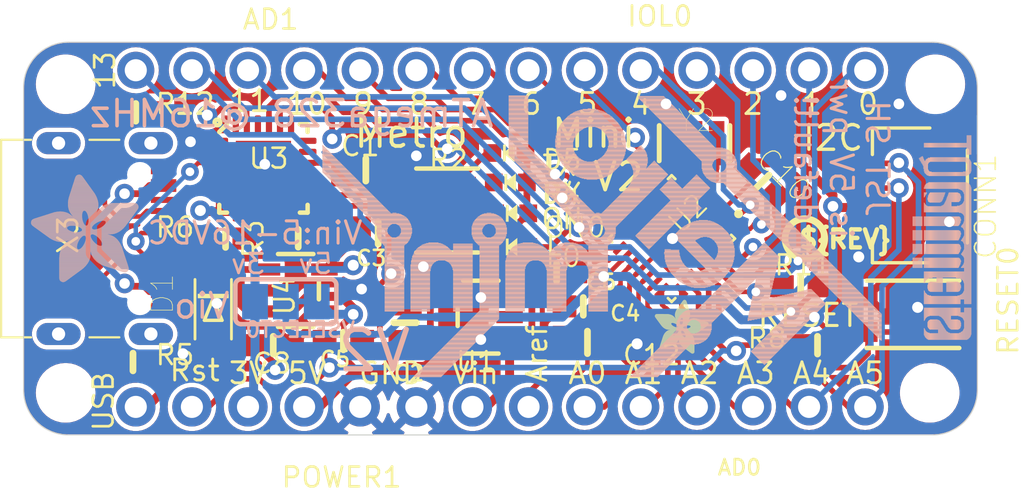
<source format=kicad_pcb>
(kicad_pcb (version 20221018) (generator pcbnew)
  (layers (0 "F.Cu" signal) (31 "B.Cu" signal) (34 "B.Paste" user) (35 "F.Paste" user) (36 "B.SilkS" user "B.Silkscreen") (37 "F.SilkS" user "F.Silkscreen") (38 "B.Mask" user) (39 "F.Mask" user) (44 "Edge.Cuts" user))
  (net 0 "")
  (net 1 "+5V")
  (net 2 "GND")
  (net 3 "AREF")
  (net 4 "RESET")
  (net 5 "VIN")
  (net 6 "SCK")
  (net 7 "MOSI")
  (net 8 "SS")
  (net 9 "DTR")
  (net 10 "XTAL2")
  (net 11 "XTAL1")
  (net 12 "AD0")
  (net 13 "AD1")
  (net 14 "AD2")
  (net 15 "AD3")
  (net 16 "AD4/SDA")
  (net 17 "AD5/SCL")
  (net 18 "IO2")
  (net 19 "IO0")
  (net 20 "IO3")
  (net 21 "IO4")
  (net 22 "IO5")
  (net 23 "IO6")
  (net 24 "IO7")
  (net 25 "IO8")
  (net 26 "IO9")
  (net 27 "3.3V")
  (net 28 "RXD")
  (net 29 "TXD")
  (net 30 "VBUS")
  (net 31 "N$3")
  (net 32 "VCCIO")
  (net 33 "MISO")
  (net 34 "N$1")
  (net 35 "N$12")
  (net 36 "N$15")
  (net 37 "N$6")
  (net 38 "N$7")
  (net 39 "N$4")
  (net 40 "N$2")
  (net 41 "D+")
  (net 42 "D-")
  (net 43 "N$5")
  (net 44 "N$9")
  (net 45 "VBUS_DETECT")
  (footprint "working:1X08_ROUND_70" (layer "F.Cu") (at 140.8811 112.6236)
    (fp_text reference "POWER1")
    (fp_text value "20610" hide)
  )
  (footprint "working:SOT23-5" (layer "F.Cu") (at 139.2301 107.3531 -90)
    (fp_text reference "U4")
    (fp_text value "AP2112K-3.3")
  )
  (footprint "working:0603-NO" (layer "F.Cu") (at 139.3444 104.9909 180)
    (fp_text reference "R3")
    (fp_text value "22K")
  )
  (footprint "working:0603-NO" (layer "F.Cu") (at 152.249468 108.073391)
    (fp_text reference "C4")
    (fp_text value "0.1uF")
  )
  (footprint "working:RESONATOR" (layer "F.Cu") (at 157.285887 100.6856)
    (fp_text reference "Y2")
    (fp_text value "CSTCE16M0V53-R0 16MHZ")
  )
  (footprint "working:PCBFEAT-REV-040" (layer "F.Cu") (at 162.2806 105.0036)
    (fp_text reference "U$4" hide)
    (fp_text value "" hide)
  )
  (footprint "working:1X08_ROUND" (layer "F.Cu") (at 156.1211 97.3836)
    (fp_text reference "IOL0")
    (fp_text value "20610" hide)
  )
  (footprint "working:CHIPLED_0603_NOOUTLINE" (layer "F.Cu") (at 149.0091 105.3846 90)
    (fp_text reference "L0")
    (fp_text value "RED")
  )
  (footprint "working:0603-NO" (layer "F.Cu") (at 160.371081 102.417379 135)
    (fp_text reference "C10")
    (fp_text value "0.1uF")
  )
  (footprint "working:BTN_KMR2_4.6X2.8" (layer "F.Cu") (at 167.1701 108.4326)
    (fp_text reference "RESET0")
    (fp_text value "KMR2")
  )
  (footprint "working:0603-NO" (layer "F.Cu") (at 162.8521 109.8296)
    (fp_text reference "R8")
    (fp_text value "10K")
  )
  (footprint "working:CHIPLED_0603_NOOUTLINE" (layer "F.Cu") (at 148.9456 102.4636 90)
    (fp_text reference "D4")
    (fp_text value "YELLOW")
  )
  (footprint "working:USB_C_CUSB31-CFM2AX-01-X" (layer "F.Cu") (at 129.7051 105.0036 -90)
    (fp_text reference "X3")
    (fp_text value "USB C")
  )
  (footprint "working:0603-NO" (layer "F.Cu") (at 131.9911 99.2886 180)
    (fp_text reference "R1")
    (fp_text value "5.1K")
  )
  (footprint "working:0805-NO" (layer "F.Cu") (at 144.1831 108.8136 -90)
    (fp_text reference "C2")
    (fp_text value "10uF")
  )
  (footprint "working:SOT23-5" (layer "F.Cu") (at 147.6121 108.5596 90)
    (fp_text reference "U1")
    (fp_text value "MIC5225-5.0")
  )
  (footprint "working:0603-NO" (layer "F.Cu") (at 162.0901 107.1626)
    (fp_text reference "R11")
    (fp_text value "1K")
  )
  (footprint "working:FIDUCIAL_1MM" (layer "F.Cu") (at 168.9481 102.5906)
    (fp_text reference "FD2" hide)
    (fp_text value "FIDUCIAL_1MM" hide)
  )
  (footprint "working:0603-NO" (layer "F.Cu") (at 131.8641 110.5916 180)
    (fp_text reference "R5")
    (fp_text value "5.1K")
  )
  (footprint "working:ADAFRUIT_2.5MM" (layer "F.Cu") (at 155.4861 110.2106)
    (fp_text reference "U$5" hide)
    (fp_text value "" hide)
  )
  (footprint "working:0603-NO" (layer "F.Cu") (at 138.2141 109.8296)
    (fp_text reference "C8")
    (fp_text value "0.1uF")
  )
  (footprint "working:JST_SH4" (layer "F.Cu") (at 167.5511 103.0986 90)
    (fp_text reference "CONN1")
    (fp_text value "STEMMA_I2C_QT" hide)
  )
  (footprint "working:0805-NO" (layer "F.Cu") (at 152.4381 109.7026)
    (fp_text reference "C12")
    (fp_text value "10uF")
  )
  (footprint "working:CHIPLED_0603_NOOUTLINE" (layer "F.Cu") (at 148.8821 101.1301 90)
    (fp_text reference "D5")
    (fp_text value "YELLOW")
  )
  (footprint "" (layer "F.Cu") (at 168.1861 98.0186)
    (fp_text reference "@HOLE2" hide)
    (fp_text value "")
  )
  (footprint "working:FIDUCIAL_1MM" (layer "F.Cu") (at 128.6891 102.5906)
    (fp_text reference "FD1" hide)
    (fp_text value "FIDUCIAL_1MM" hide)
  )
  (footprint "working:QFN24_4MM_SMSC" (layer "F.Cu") (at 137.7696 101.8286)
    (fp_text reference "U3")
    (fp_text value "CP210x")
  )
  (footprint "working:0805-NO" (layer "F.Cu") (at 142.9639 104.7496 180)
    (fp_text reference "C3")
    (fp_text value "10uF")
  )
  (footprint "working:SOD-123FL" (layer "F.Cu") (at 135.4963 108.204 -90)
    (fp_text reference "D1")
    (fp_text value "MBR120")
  )
  (footprint "working:CHIPLED_0603_NOOUTLINE" (layer "F.Cu") (at 149.0091 103.8606 90)
    (fp_text reference "ON0")
    (fp_text value "GREEN")
  )
  (footprint "working:0805-NO" (layer "F.Cu") (at 142.4051 101.8921)
    (fp_text reference "C1")
    (fp_text value "10uF")
  )
  (footprint "" (layer "F.Cu") (at 128.8161 111.9886)
    (fp_text reference "@HOLE1" hide)
    (fp_text value "")
  )
  (footprint "working:0603-NO" (layer "F.Cu") (at 136.0551 105.0036 180)
    (fp_text reference "R6")
    (fp_text value "10K")
  )
  (footprint "working:0603-NO" (layer "F.Cu") (at 151.0411 106.5276)
    (fp_text reference "C6")
    (fp_text value "0.1uF")
  )
  (footprint "working:QFN28_4MM_.45MM" (layer "F.Cu") (at 156.2481 105.0036 -135)
    (fp_text reference "U2")
    (fp_text value "ATMEGA328P")
  )
  (footprint "" (layer "F.Cu") (at 128.8161 98.0186)
    (fp_text reference "@HOLE0" hide)
    (fp_text value "")
  )
  (footprint "working:1X06_ROUND" (layer "F.Cu") (at 138.3411 97.3836 180)
    (fp_text reference "AD1")
    (fp_text value "20609" hide)
  )
  (footprint "working:1X06_ROUND" (layer "F.Cu") (at 158.6611 112.6236)
    (fp_text reference "AD0")
    (fp_text value "20609")
  )
  (footprint "working:RESPACK_4X0603" (layer "F.Cu") (at 146.0881 103.7336 -90)
    (fp_text reference "R2")
    (fp_text value "4.7K")
  )
  (footprint "" (layer "F.Cu") (at 167.9321 111.9886)
    (fp_text reference "@HOLE3" hide)
    (fp_text value "")
  )
  (footprint "working:0603-NO" (layer "F.Cu") (at 141.3891 109.6391 180)
    (fp_text reference "C5")
    (fp_text value "0.1uF")
  )
  (footprint "working:ADAFRUIT_5MM" (layer "B.Cu") (at 132.1181 106.9721 180)
    (fp_text reference "U$10" hide)
    (fp_text value "" hide)
  )
  (footprint "working:STEMMAQT" (layer "B.Cu") (at 167.1701 109.5756 90)
    (fp_text reference "U$6" hide)
    (fp_text value "" hide)
  )
  (footprint "working:SOLDERJUMPER_2WAY_OPEN_NOPASTE" (layer "B.Cu") (at 138.7856 107.8611)
    (fp_text reference "VSELECT0")
    (fp_text value "")
  )
  (footprint "working:METROMINI_SILK" (layer "B.Cu") (at 165.7731 111.2901 180)
    (fp_text reference "U$7" hide)
    (fp_text value "" hide)
  )
  (gr_line (start 128.9431 113.8936) (end 168.0591 113.8936) (stroke (width 0.05)) (layer "Edge.Cuts"))
  (gr_arc (start 168.0591 96.1136) (mid 169.495941 96.708759) (end 170.0911 98.1456) (stroke (width 0.05)) (layer "Edge.Cuts"))
  (gr_arc (start 170.0911 111.8616) (mid 169.495941 113.298441) (end 168.0591 113.8936) (stroke (width 0.05)) (layer "Edge.Cuts"))
  (gr_line (start 168.0591 96.1136) (end 128.9431 96.1136) (stroke (width 0.05)) (layer "Edge.Cuts"))
  (gr_arc (start 126.9111 98.1456) (mid 127.506259 96.708759) (end 128.9431 96.1136) (stroke (width 0.05)) (layer "Edge.Cuts"))
  (gr_line (start 170.0911 111.8616) (end 170.0911 98.1456) (stroke (width 0.05)) (layer "Edge.Cuts"))
  (gr_line (start 126.9111 98.1456) (end 126.9111 111.8616) (stroke (width 0.05)) (layer "Edge.Cuts"))
  (gr_arc (start 128.9431 113.8936) (mid 127.506259 113.298441) (end 126.9111 111.8616) (stroke (width 0.05)) (layer "Edge.Cuts"))
  (gr_text "Vin:5-16VDC" (at 137.3886 104.7496) (layer "B.SilkS") (effects (font (size 1.00584 1.00584) (thickness 0.13716)) (justify mirror)))
  (gr_text "Vio" (at 134.9756 108.0516) (layer "B.SilkS") (effects (font (size 1.1176 1.1176) (thickness 0.1524)) (justify mirror)))
  (gr_text "3v" (at 137.0711 106.1466) (layer "B.SilkS") (effects (font (size 0.89408 0.89408) (thickness 0.12192)) (justify mirror)))
  (gr_text "ATmega328 @16MHz" (at 139.0396 99.3521) (layer "B.SilkS") (effects (font (size 1.184656 1.184656) (thickness 0.161544)) (justify mirror)))
  (gr_text "JST SH\nis 5V pwr\ndefault!" (at 163.9316 101.3841 -90) (layer "B.SilkS") (effects (font (size 1.00584 1.00584) (thickness 0.13716)) (justify mirror)))
  (gr_text "V2" (at 142.7861 110.0836) (layer "B.SilkS") (effects (font (size 1.78816 1.78816) (thickness 0.24384)) (justify mirror)))
  (gr_text "5v" (at 140.1191 106.1466) (layer "B.SilkS") (effects (font (size 0.89408 0.89408) (thickness 0.12192)) (justify mirror)))
  (gr_text "Rst" (at 134.6581 110.9726) (layer "F.SilkS") (effects (font (size 0.94996 0.94996) (thickness 0.12954))))
  (gr_text "2" (at 159.9311 98.9076) (layer "F.SilkS") (effects (font (size 0.94996 0.94996) (thickness 0.12954))))
  (gr_text "USB" (at 130.5306 112.3696 90) (layer "F.SilkS") (effects (font (size 0.89408 0.89408) (thickness 0.12192))))
  (gr_text "11" (at 137.1346 98.7806) (layer "F.SilkS") (effects (font (size 0.94996 0.94996) (thickness 0.12954))))
  (gr_text "A0" (at 152.4381 111.0996) (layer "F.SilkS") (effects (font (size 0.94996 0.94996) (thickness 0.12954))))
  (gr_text "6" (at 149.8981 98.9076) (layer "F.SilkS") (effects (font (size 0.94996 0.94996) (thickness 0.12954))))
  (gr_text "I2C" (at 165.0111 99.7966) (layer "F.SilkS") (effects (font (size 1.1176 1.1176) (thickness 0.1524)) (justify right top)))
  (gr_text "A4" (at 162.5981 111.0996) (layer "F.SilkS") (effects (font (size 0.94996 0.94996) (thickness 0.12954))))
  (gr_text "3V" (at 137.0711 111.0996) (layer "F.SilkS") (effects (font (size 0.94996 0.94996) (thickness 0.12954))))
  (gr_text "8" (at 144.8181 98.9076) (layer "F.SilkS") (effects (font (size 0.94996 0.94996) (thickness 0.12954))))
  (gr_text "7" (at 147.3581 98.9076) (layer "F.SilkS") (effects (font (size 0.94996 0.94996) (thickness 0.12954))))
  (gr_text "5V" (at 139.7381 111.0996) (layer "F.SilkS") (effects (font (size 0.94996 0.94996) (thickness 0.12954))))
  (gr_text "1" (at 162.5981 98.9076) (layer "F.SilkS") (effects (font (size 0.94996 0.94996) (thickness 0.12954))))
  (gr_text "A5" (at 165.0111 111.0996) (layer "F.SilkS") (effects (font (size 0.94996 0.94996) (thickness 0.12954))))
  (gr_text "RX" (at 151.2951 102.9716) (layer "F.SilkS") (effects (font (size 0.89408 0.89408) (thickness 0.12192))))
  (gr_text "Vin" (at 147.3581 111.0996) (layer "F.SilkS") (effects (font (size 0.94996 0.94996) (thickness 0.12954))))
  (gr_text "A2" (at 157.5181 111.0996) (layer "F.SilkS") (effects (font (size 0.94996 0.94996) (thickness 0.12954))))
  (gr_text "TX" (at 151.1681 101.7016) (layer "F.SilkS") (effects (font (size 0.89408 0.89408) (thickness 0.12192))))
  (gr_text "A3" (at 160.0581 111.0996) (layer "F.SilkS") (effects (font (size 0.94996 0.94996) (thickness 0.12954))))
  (gr_text "A1" (at 154.9781 111.0996) (layer "F.SilkS") (effects (font (size 0.94996 0.94996) (thickness 0.12954))))
  (gr_text "4" (at 154.8511 98.9076) (layer "F.SilkS") (effects (font (size 0.94996 0.94996) (thickness 0.12954))))
  (gr_text "9" (at 142.2781 98.9076) (layer "F.SilkS") (effects (font (size 0.94996 0.94996) (thickness 0.12954))))
  (gr_text "3" (at 157.3911 98.9076) (layer "F.SilkS") (effects (font (size 0.94996 0.94996) (thickness 0.12954))))
  (gr_text "12" (at 134.6581 98.9076) (layer "F.SilkS") (effects (font (size 0.94996 0.94996) (thickness 0.12954))))
  (gr_text "Metro    Mini" (at 148.2471 100.2411) (layer "F.SilkS") (effects (font (size 1.251712 1.251712) (thickness 0.170688))))
  (gr_text "0" (at 165.1381 98.9076) (layer "F.SilkS") (effects (font (size 0.94996 0.94996) (thickness 0.12954))))
  (gr_text "10" (at 139.7381 98.9076) (layer "F.SilkS") (effects (font (size 0.94996 0.94996) (thickness 0.12954))))
  (gr_text "L" (at 150.9141 105.3211) (layer "F.SilkS") (effects (font (size 0.89408 0.89408) (thickness 0.12192))))
  (gr_text "RESET" (at 160.0581 109.0676) (layer "F.SilkS") (effects (font (size 1.00584 1.00584) (thickness 0.13716)) (justify left bottom)))
  (gr_text "5" (at 152.4381 98.9076) (layer "F.SilkS") (effects (font (size 0.94996 0.94996) (thickness 0.12954))))
  (gr_text "Aref" (at 150.1521 110.2106 90) (layer "F.SilkS") (effects (font (size 0.89408 0.89408) (thickness 0.12192))))
  (gr_text "V2" (at 153.8351 102.2096) (layer "F.SilkS") (effects (font (size 1.251712 1.251712) (thickness 0.170688))))
  (gr_text "ON" (at 151.2951 104.1146) (layer "F.SilkS") (effects (font (size 0.89408 0.89408) (thickness 0.12192))))
  (gr_text "GND" (at 143.5481 111.0996) (layer "F.SilkS") (effects (font (size 0.94996 0.94996) (thickness 0.12954))))
  (gr_text "13" (at 130.5941 97.3836 90) (layer "F.SilkS") (effects (font (size 0.89408 0.89408) (thickness 0.12192))))
  (segment (start 141.3891 108.8771) (end 141.3891 110.3376) (width 0.2032) (layer "F.Cu") (net 1))
  (segment (start 142.1511 111.0996) (end 141.3891 110.3376) (width 0.254) (layer "F.Cu") (net 1))
  (segment (start 141.298537 107.6217) (end 141.8336 108.156763) (width 0.4064) (layer "F.Cu") (net 1))
  (segment (start 145.3261 107.1626) (end 145.3261 109.5096) (width 0.3048) (layer "F.Cu") (net 1))
  (segment (start 149.6321 101.1301) (end 149.6956 101.1936) (width 0.3048) (layer "F.Cu") (net 1))
  (segment (start 139.761862 107.6217) (end 141.298537 107.6217) (width 0.4064) (layer "F.Cu") (net 1))
  (segment (start 149.0091 104.6106) (end 149.0091 106.0831) (width 0.254) (layer "F.Cu") (net 1))
  (segment (start 145.3261 109.5096) (end 146.312 109.5096) (width 0.4064) (layer "F.Cu") (net 1))
  (segment (start 144.1831 109.9541) (end 144.1831 109.7636) (width 0.4064) (layer "F.Cu") (net 1))
  (segment (start 149.7591 103.8606) (end 149.0091 104.6106) (width 0.3048) (layer "F.Cu") (net 1))
  (segment (start 144.4371 109.5096) (end 145.3261 109.5096) (width 0.4064) (layer "F.Cu") (net 1))
  (segment (start 148.9456 106.1466) (end 146.3421 106.1466) (width 0.3048) (layer "F.Cu") (net 1))
  (segment (start 136.76035 106.53435) (end 136.7282 106.5665) (width 0.3048) (layer "F.Cu") (net 1))
  (segment (start 141.8336 111.0996) (end 142.1511 111.0996) (width 0.4064) (layer "F.Cu") (net 1))
  (segment (start 139.080462 108.3031) (end 137.93 108.3031) (width 0.4064) (layer "F.Cu") (net 1))
  (segment (start 136.7155 106.5792) (end 136.76035 106.53435) (width 0.4064) (layer "F.Cu") (net 1))
  (segment (start 144.1831 109.9541) (end 143.0376 111.0996) (width 0.4064) (layer "F.Cu") (net 1))
  (segment (start 146.3421 106.1466) (end 145.3261 107.1626) (width 0.3048) (layer "F.Cu") (net 1))
  (segment (start 139.6111 112.6236) (end 140.3096 112.6236) (width 0.4064) (layer "F.Cu") (net 1))
  (segment (start 137.094 108.3031) (end 136.7155 107.9246) (width 0.4064) (layer "F.Cu") (net 1))
  (segment (start 137.93 106.4031) (end 136.8916 106.4031) (width 0.3048) (layer "F.Cu") (net 1))
  (segment (start 149.0091 106.0831) (end 148.9456 106.1466) (width 0.3048) (layer "F.Cu") (net 1))
  (segment (start 149.6956 101.1936) (end 149.6956 102.4636) (width 0.3048) (layer "F.Cu") (net 1))
  (segment (start 141.8336 108.156763) (end 141.8336 108.4326) (width 0.4064) (layer "F.Cu") (net 1))
  (segment (start 142.1511 111.0996) (end 143.0376 111.0996) (width 0.4064) (layer "F.Cu") (net 1))
  (segment (start 144.1831 109.7636) (end 144.4371 109.5096) (width 0.4064) (layer "F.Cu") (net 1))
  (segment (start 149.6956 103.7971) (end 149.7591 103.8606) (width 0.3048) (layer "F.Cu") (net 1))
  (segment (start 139.761862 107.6217) (end 139.080462 108.3031) (width 0.4064) (layer "F.Cu") (net 1))
  (segment (start 141.8336 111.0996) (end 140.3096 112.6236) (width 0.4064) (layer "F.Cu") (net 1))
  (segment (start 137.93 108.3031) (end 137.094 108.3031) (width 0.4064) (layer "F.Cu") (net 1))
  (segment (start 136.7282 106.5665) (end 135.4963 106.5665) (width 0.3048) (layer "F.Cu") (net 1))
  (segment (start 141.8336 108.4326) (end 141.3891 108.8771) (width 0.3048) (layer "F.Cu") (net 1))
  (segment (start 136.8916 106.4031) (end 136.76035 106.53435) (width 0.3048) (layer "F.Cu") (net 1))
  (segment (start 136.7155 107.9246) (end 136.7155 106.5792) (width 0.4064) (layer "F.Cu") (net 1))
  (segment (start 149.6956 102.4636) (end 149.6956 103.7971) (width 0.3048) (layer "F.Cu") (net 1))
  (via (at 141.8336 108.4326) (size 0.889) (drill 0.4826) (layers "F.Cu" "B.Cu") (net 1))
  (segment (start 140.8176 108.4326) (end 140.2461 107.8611) (width 0.4064) (layer "B.Cu") (net 1))
  (segment (start 140.8176 108.4326) (end 141.8336 108.4326) (width 0.4064) (layer "B.Cu") (net 1))
  (segment (start 140.2461 107.8611) (end 140.1826 107.8611) (width 0.4064) (layer "B.Cu") (net 1))
  (segment (start 137.0196 101.0786) (end 137.7696 101.8286) (width 0.3048) (layer "F.Cu") (net 2))
  (segment (start 154.3431 109.427204) (end 154.685021 109.769125) (width 0.3048) (layer "F.Cu") (net 2))
  (segment (start 157.637562 103.614138) (end 156.2481 105.0036) (width 0.2032) (layer "F.Cu") (net 2))
  (segment (start 142.6932 106.566163) (end 142.2146 107.044763) (width 0.4064) (layer "F.Cu") (net 2))
  (segment (start 135.7696 101.0786) (end 135.1146 101.0786) (width 0.3048) (layer "F.Cu") (net 2))
  (segment (start 137.93 107.3531) (end 138.5951 107.3531) (width 0.4064) (layer "F.Cu") (net 2))
  (segment (start 142.6932 106.176) (end 142.6932 106.566163) (width 0.4064) (layer "F.Cu") (net 2))
  (segment (start 133.4097 101.644) (end 133.626912 101.644) (width 0.4064) (layer "F.Cu") (net 2))
  (segment (start 150.161768 106.556932) (end 150.1911 106.5276) (width 0.4064) (layer "F.Cu") (net 2))
  (segment (start 134.4676 100.803313) (end 134.4676 100.6221) (width 0.4064) (layer "F.Cu") (net 2))
  (segment (start 135.7696 101.0786) (end 137.0196 101.0786) (width 0.3048) (layer "F.Cu") (net 2))
  (segment (start 135.6868 107.9373) (end 135.6614 107.9373) (width 0.3048) (layer "F.Cu") (net 2))
  (segment (start 133.2501 108.2036) (end 133.6671 108.2036) (width 0.4064) (layer "F.Cu") (net 2))
  (segment (start 144.1831 107.0991) (end 145.0086 106.2736) (width 0.3048) (layer "F.Cu") (net 2))
  (segment (start 143.9139 104.9553) (end 142.6932 106.176) (width 0.4064) (layer "F.Cu") (net 2))
  (segment (start 138.5951 107.3531) (end 139.3816 106.5666) (width 0.4064) (layer "F.Cu") (net 2))
  (segment (start 136.7235 108.974) (end 135.6868 107.9373) (width 0.3048) (layer "F.Cu") (net 2))
  (segment (start 139.3816 105.8037) (end 140.1944 104.9909) (width 0.4064) (layer "F.Cu") (net 2))
  (segment (start 133.2501 101.8036) (end 133.4097 101.644) (width 0.4064) (layer "F.Cu") (net 2))
  (segment (start 144.1831 107.8636) (end 144.1831 107.0991) (width 0.3048) (layer "F.Cu") (net 2))
  (segment (start 154.858634 106.393066) (end 156.2481 105.0036) (width 0.2032) (layer "F.Cu") (net 2))
  (segment (start 134.2009 108.7374) (end 134.2009 110.1344) (width 0.4064) (layer "F.Cu") (net 2))
  (segment (start 133.626912 101.644) (end 134.4676 100.803313) (width 0.4064) (layer "F.Cu") (net 2))
  (segment (start 133.6671 108.2036) (end 134.2009 108.7374) (width 0.4064) (layer "F.Cu") (net 2))
  (segment (start 138.048893 108.974) (end 136.7235 108.974) (width 0.3048) (layer "F.Cu") (net 2))
  (segment (start 134.2009 110.1344) (end 134.1247 110.2106) (width 0.4064) (layer "F.Cu") (net 2))
  (segment (start 139.3816 105.8037) (end 139.3816 106.5666) (width 0.4064) (layer "F.Cu") (net 2))
  (segment (start 138.2386 109.0041) (end 138.078993 109.0041) (width 0.3048) (layer "F.Cu") (net 2))
  (segment (start 150.161768 106.556932) (end 149.8591 106.5666) (width 0.4064) (layer "F.Cu") (net 2))
  (segment (start 154.3431 106.9086) (end 154.3431 109.427204) (width 0.2032) (layer "F.Cu") (net 2))
  (segment (start 154.858634 106.393066) (end 154.3431 106.9086) (width 0.2032) (layer "F.Cu") (net 2))
  (segment (start 139.0641 109.8296) (end 138.2386 109.0041) (width 0.3048) (layer "F.Cu") (net 2))
  (segment (start 143.9139 104.7496) (end 143.9139 104.9553) (width 0.4064) (layer "F.Cu") (net 2))
  (segment (start 142.2146 107.044763) (end 142.2146 107.2896) (width 0.4064) (layer "F.Cu") (net 2))
  (segment (start 138.078993 109.0041) (end 138.048893 108.974) (width 0.3048) (layer "F.Cu") (net 2))
  (via (at 166.5351 98.9076) (size 0.889) (drill 0.4826) (layers "F.Cu" "B.Cu") (net 2))
  (via (at 137.8331 101.6381) (size 0.889) (drill 0.4826) (layers "F.Cu" "B.Cu") (net 2))
  (via (at 147.6121 109.5756) (size 0.889) (drill 0.4826) (layers "F.Cu" "B.Cu") (net 2))
  (via (at 144.6911 101.2571) (size 0.889) (drill 0.4826) (layers "F.Cu" "B.Cu") (net 2))
  (via (at 161.2011 98.5266) (size 0.889) (drill 0.4826) (layers "F.Cu" "B.Cu") (net 2))
  (via (at 147.6121 107.6706) (size 0.889) (drill 0.4826) (layers "F.Cu" "B.Cu") (net 2))
  (via (at 168.8211 104.2416) (size 0.889) (drill 0.4826) (layers "F.Cu" "B.Cu") (net 2))
  (via (at 154.685021 109.769125) (size 0.9064) (drill 0.5) (layers "F.Cu" "B.Cu") (net 2))
  (via (at 145.0086 106.2736) (size 0.889) (drill 0.4826) (layers "F.Cu" "B.Cu") (net 2))
  (via (at 164.718021 105.832125) (size 0.9064) (drill 0.5) (layers "F.Cu" "B.Cu") (net 2))
  (via (at 135.6614 107.9373) (size 0.889) (drill 0.4826) (layers "F.Cu" "B.Cu") (net 2))
  (via (at 134.4676 100.6221) (size 0.889) (drill 0.4826) (layers "F.Cu" "B.Cu") (net 2))
  (via (at 155.9941 98.9076) (size 0.889) (drill 0.4826) (layers "F.Cu" "B.Cu") (net 2))
  (via (at 134.1247 110.2106) (size 0.889) (drill 0.4826) (layers "F.Cu" "B.Cu") (net 2))
  (via (at 167.385021 108.118125) (size 0.9064) (drill 0.5) (layers "F.Cu" "B.Cu") (net 2))
  (via (at 156.287178 105.000575) (size 0.9064) (drill 0.5) (layers "F.Cu" "B.Cu") (net 2))
  (via (at 142.2146 107.2896) (size 0.889) (drill 0.4826) (layers "F.Cu" "B.Cu") (net 2))
  (segment (start 150.4061 111.3536) (end 149.7711 111.9886) (width 0.254) (layer "F.Cu") (net 3))
  (segment (start 152.4381 108.8136) (end 152.4381 108.73476) (width 0.254) (layer "F.Cu") (net 3))
  (segment (start 154.540434 106.074869) (end 153.9367 106.678604) (width 0.2032) (layer "F.Cu") (net 3))
  (segment (start 153.9367 106.678604) (end 153.9367 107.082791) (width 0.2032) (layer "F.Cu") (net 3))
  (segment (start 153.099468 108.073391) (end 153.099468 107.920022) (width 0.2032) (layer "F.Cu") (net 3))
  (segment (start 153.9367 107.082791) (end 153.099468 107.920022) (width 0.2032) (layer "F.Cu") (net 3))
  (segment (start 152.4381 108.8136) (end 152.4381 110.7186) (width 0.2032) (layer "F.Cu") (net 3))
  (segment (start 152.3111 110.8456) (end 151.8031 111.3536) (width 0.254) (layer "F.Cu") (net 3))
  (segment (start 149.7711 112.6236) (end 149.7711 111.9886) (width 0.254) (layer "F.Cu") (net 3))
  (segment (start 151.8031 111.3536) (end 150.4061 111.3536) (width 0.254) (layer "F.Cu") (net 3))
  (segment (start 152.4381 110.7186) (end 152.3111 110.8456) (width 0.2032) (layer "F.Cu") (net 3))
  (segment (start 152.4381 108.73476) (end 153.099468 108.073391) (width 0.254) (layer "F.Cu") (net 3))
  (segment (start 157.637562 106.393066) (end 158.3817 107.137204) (width 0.2032) (layer "F.Cu") (net 4))
  (segment (start 140.7541 110.8456) (end 140.1953 111.4044) (width 0.254) (layer "F.Cu") (net 4))
  (segment (start 162.2171 110.8456) (end 164.5031 110.8456) (width 0.254) (layer "F.Cu") (net 4))
  (segment (start 137.986993 111.761494) (end 138.748993 111.761494) (width 0.254) (layer "F.Cu") (net 4))
  (segment (start 159.1691 110.0836) (end 158.696962 110.0836) (width 0.254) (layer "F.Cu") (net 4))
  (segment (start 164.5031 110.8456) (end 165.1381 110.2106) (width 0.254) (layer "F.Cu") (net 4))
  (segment (start 158.3817 107.137204) (end 158.3817 109.768338) (width 0.254) (layer "F.Cu") (net 4))
  (segment (start 158.696962 110.0836) (end 158.3817 109.768338) (width 0.254) (layer "F.Cu") (net 4))
  (segment (start 159.1691 110.0836) (end 159.4231 109.8296) (width 0.254) (layer "F.Cu") (net 4))
  (segment (start 165.1201 109.2326) (end 169.2201 109.2326) (width 0.254) (layer "F.Cu") (net 4))
  (segment (start 162.0021 110.6306) (end 162.2171 110.8456) (width 0.254) (layer "F.Cu") (net 4))
  (segment (start 139.106087 111.4044) (end 140.1953 111.4044) (width 0.254) (layer "F.Cu") (net 4))
  (segment (start 140.5391 109.6391) (end 140.5391 110.6306) (width 0.254) (layer "F.Cu") (net 4))
  (segment (start 137.5791 111.3536) (end 137.986993 111.761494) (width 0.254) (layer "F.Cu") (net 4))
  (segment (start 140.7541 110.8456) (end 140.5391 110.6306) (width 0.254) (layer "F.Cu") (net 4))
  (segment (start 165.1381 110.2106) (end 165.1381 109.2506) (width 0.254) (layer "F.Cu") (net 4))
  (segment (start 165.1381 109.2506) (end 165.1201 109.2326) (width 0.254) (layer "F.Cu") (net 4))
  (segment (start 162.0021 109.8296) (end 159.4231 109.8296) (width 0.254) (layer "F.Cu") (net 4))
  (segment (start 138.748993 111.761494) (end 139.106087 111.4044) (width 0.254) (layer "F.Cu") (net 4))
  (segment (start 136.5631 111.3536) (end 137.5791 111.3536) (width 0.254) (layer "F.Cu") (net 4))
  (segment (start 135.2931 112.6236) (end 136.5631 111.3536) (width 0.254) (layer "F.Cu") (net 4))
  (segment (start 162.0021 109.8296) (end 162.0021 110.6306) (width 0.254) (layer "F.Cu") (net 4))
  (segment (start 134.5311 112.6236) (end 135.2931 112.6236) (width 0.254) (layer "F.Cu") (net 4))
  (via (at 159.1691 110.0836) (size 0.889) (drill 0.4826) (layers "F.Cu" "B.Cu") (net 4))
  (via (at 140.7541 110.8456) (size 0.889) (drill 0.4826) (layers "F.Cu" "B.Cu") (net 4))
  (segment (start 159.1691 110.0836) (end 158.5341 110.0836) (width 0.254) (layer "B.Cu") (net 4))
  (segment (start 140.7541 110.8456) (end 157.7721 110.8456) (width 0.254) (layer "B.Cu") (net 4))
  (segment (start 158.5341 110.0836) (end 157.7721 110.8456) (width 0.254) (layer "B.Cu") (net 4))
  (segment (start 149.4561 107.6096) (end 149.922481 108.075982) (width 0.3048) (layer "F.Cu") (net 5))
  (segment (start 148.9122 111.5775) (end 147.8661 112.6236) (width 0.4064) (layer "F.Cu") (net 5))
  (segment (start 148.9122 107.6096) (end 149.4561 107.6096) (width 0.3048) (layer "F.Cu") (net 5))
  (segment (start 147.2311 112.6236) (end 147.8661 112.6236) (width 0.4064) (layer "F.Cu") (net 5))
  (segment (start 148.9122 109.5096) (end 150.1521 109.5096) (width 0.4064) (layer "F.Cu") (net 5))
  (segment (start 151.2951 109.5096) (end 151.4881 109.7026) (width 0.4064) (layer "F.Cu") (net 5))
  (segment (start 150.1521 109.5096) (end 151.2951 109.5096) (width 0.4064) (layer "F.Cu") (net 5))
  (segment (start 148.9122 111.5775) (end 148.9122 109.5096) (width 0.4064) (layer "F.Cu") (net 5))
  (segment (start 149.922481 109.279982) (end 150.1521 109.5096) (width 0.4064) (layer "F.Cu") (net 5))
  (segment (start 149.922481 108.075982) (end 149.922481 109.279982) (width 0.3048) (layer "F.Cu") (net 5))
  (segment (start 152.311096 104.4956) (end 152.0571 104.4956) (width 0.2032) (layer "F.Cu") (net 6))
  (segment (start 153.253968 105.438472) (end 152.311096 104.4956) (width 0.2032) (layer "F.Cu") (net 6))
  (segment (start 152.0571 104.4956) (end 151.6761 104.4956) (width 0.254) (layer "F.Cu") (net 6))
  (segment (start 151.6761 104.4956) (end 150.7871 105.3846) (width 0.254) (layer "F.Cu") (net 6))
  (segment (start 149.7591 105.3846) (end 150.7871 105.3846) (width 0.254) (layer "F.Cu") (net 6))
  (segment (start 153.90404 105.438472) (end 153.253968 105.438472) (width 0.2032) (layer "F.Cu") (net 6))
  (via (at 152.0571 104.4956) (size 0.889) (drill 0.4826) (layers "F.Cu" "B.Cu") (net 6))
  (segment (start 152.0571 104.4956) (end 151.4856 104.4956) (width 0.254) (layer "B.Cu") (net 6))
  (segment (start 146.5961 99.6061) (end 136.6266 99.6061) (width 0.254) (layer "B.Cu") (net 6))
  (segment (start 136.6266 99.6061) (end 135.6106 98.5901) (width 0.254) (layer "B.Cu") (net 6))
  (segment (start 135.6106 98.5901) (end 133.1976 98.5901) (width 0.254) (layer "B.Cu") (net 6))
  (segment (start 133.1976 98.5901) (end 131.9911 97.3836) (width 0.254) (layer "B.Cu") (net 6))
  (segment (start 151.4856 104.4956) (end 146.5961 99.6061) (width 0.254) (layer "B.Cu") (net 6))
  (segment (start 153.258768 103.919269) (end 151.485603 102.146104) (width 0.2032) (layer "F.Cu") (net 7))
  (segment (start 154.222237 104.250535) (end 154.186603 104.250535) (width 0.2032) (layer "F.Cu") (net 7))
  (segment (start 154.186603 104.250535) (end 153.855337 103.919269) (width 0.2032) (layer "F.Cu") (net 7))
  (segment (start 153.855337 103.919269) (end 153.258768 103.919269) (width 0.2032) (layer "F.Cu") (net 7))
  (segment (start 151.485603 102.146104) (end 151.0411 102.1461) (width 0.254) (layer "F.Cu") (net 7))
  (segment (start 150.9776 102.0826) (end 151.0411 102.1461) (width 0.254) (layer "F.Cu") (net 7))
  (via (at 150.9776 102.0826) (size 0.889) (drill 0.4826) (layers "F.Cu" "B.Cu") (net 7))
  (segment (start 138.2776 98.5901) (end 137.0711 97.3836) (width 0.254) (layer "B.Cu") (net 7))
  (segment (start 150.7871 102.2096) (end 147.1676 98.5901) (width 0.254) (layer "B.Cu") (net 7))
  (segment (start 150.8506 102.2096) (end 150.7871 102.2096) (width 0.254) (layer "B.Cu") (net 7))
  (segment (start 147.1676 98.5901) (end 138.2776 98.5901) (width 0.254) (layer "B.Cu") (net 7))
  (segment (start 150.9776 102.0826) (end 150.8506 102.2096) (width 0.254) (layer "B.Cu") (net 7))
  (segment (start 143.1671 99.1616) (end 142.6591 98.6536) (width 0.254) (layer "F.Cu") (net 8))
  (segment (start 150.2791 100.3046) (end 148.6281 100.3046) (width 0.2032) (layer "F.Cu") (net 8))
  (segment (start 140.2461 97.3836) (end 139.6111 97.3836) (width 0.254) (layer "F.Cu") (net 8))
  (segment (start 145.3261 99.1616) (end 143.1671 99.1616) (width 0.254) (layer "F.Cu") (net 8))
  (segment (start 153.4541 103.4796) (end 150.2791 100.3046) (width 0.2032) (layer "F.Cu") (net 8))
  (segment (start 147.9931 99.6696) (end 145.8341 99.6696) (width 0.254) (layer "F.Cu") (net 8))
  (segment (start 142.6591 98.6536) (end 141.5161 98.6536) (width 0.254) (layer "F.Cu") (net 8))
  (segment (start 145.8341 99.6696) (end 145.3261 99.1616) (width 0.254) (layer "F.Cu") (net 8))
  (segment (start 154.540434 103.932335) (end 154.0877 103.4796) (width 0.2032) (layer "F.Cu") (net 8))
  (segment (start 141.5161 98.6536) (end 140.2461 97.3836) (width 0.254) (layer "F.Cu") (net 8))
  (segment (start 154.0877 103.4796) (end 153.4541 103.4796) (width 0.2032) (layer "F.Cu") (net 8))
  (segment (start 148.6281 100.3046) (end 147.9931 99.6696) (width 0.254) (layer "F.Cu") (net 8))
  (segment (start 137.0196 99.8286) (end 137.0076 99.8166) (width 0.254) (layer "F.Cu") (net 9))
  (segment (start 143.0401 109.291907) (end 142.2391 109.6391) (width 0.254) (layer "F.Cu") (net 9))
  (segment (start 143.5481 106.5911) (end 143.0401 107.0991) (width 0.254) (layer "F.Cu") (net 9))
  (segment (start 135.2296 99.4156) (end 135.5471 99.4156) (width 0.254) (layer "F.Cu") (net 9))
  (segment (start 137.0076 99.1616) (end 137.0076 99.8166) (width 0.254) (layer "F.Cu") (net 9))
  (segment (start 137.0076 99.1616) (end 136.9441 99.0981) (width 0.254) (layer "F.Cu") (net 9))
  (segment (start 136.9441 99.0981) (end 135.8646 99.0981) (width 0.254) (layer "F.Cu") (net 9))
  (segment (start 143.0401 107.0991) (end 143.0401 109.291907) (width 0.254) (layer "F.Cu") (net 9))
  (segment (start 135.8646 99.0981) (end 135.5471 99.4156) (width 0.254) (layer "F.Cu") (net 9))
  (via (at 135.2296 99.4156) (size 0.9064) (drill 0.5) (layers "F.Cu" "B.Cu") (net 9))
  (via (at 143.5481 106.5911) (size 0.889) (drill 0.4826) (layers "F.Cu" "B.Cu") (net 9))
  (segment (start 136.2456 100.3046) (end 139.1031 100.3046) (width 0.254) (layer "B.Cu") (net 9))
  (segment (start 136.2456 100.3046) (end 135.3566 99.4156) (width 0.254) (layer "B.Cu") (net 9))
  (segment (start 135.2296 99.4156) (end 135.3566 99.4156) (width 0.254) (layer "B.Cu") (net 9))
  (segment (start 142.1511 103.3526) (end 142.1511 103.9876) (width 0.254) (layer "B.Cu") (net 9))
  (segment (start 139.1031 100.3046) (end 142.1511 103.3526) (width 0.254) (layer "B.Cu") (net 9))
  (segment (start 143.2306 105.0671) (end 143.2306 106.2736) (width 0.254) (layer "B.Cu") (net 9))
  (segment (start 143.2306 106.2736) (end 143.5481 106.5911) (width 0.254) (layer "B.Cu") (net 9))
  (segment (start 143.2306 105.0671) (end 142.1511 103.9876) (width 0.254) (layer "B.Cu") (net 9))
  (segment (start 156.285887 101.844988) (end 156.450978 102.010079) (width 0.2032) (layer "F.Cu") (net 10))
  (segment (start 156.285887 100.6856) (end 156.285887 101.844988) (width 0.254) (layer "F.Cu") (net 10))
  (segment (start 157.332434 102.610838) (end 157.001165 102.942107) (width 0.2032) (layer "F.Cu") (net 10))
  (segment (start 156.450978 102.010079) (end 157.009028 102.010079) (width 0.2032) (layer "F.Cu") (net 10))
  (segment (start 157.332434 102.333485) (end 157.332434 102.610838) (width 0.2032) (layer "F.Cu") (net 10))
  (segment (start 157.009028 102.010079) (end 157.332434 102.333485) (width 0.2032) (layer "F.Cu") (net 10))
  (segment (start 157.001165 102.942107) (end 157.001165 102.977741) (width 0.2032) (layer "F.Cu") (net 10))
  (segment (start 158.285887 101.833044) (end 158.285887 100.6856) (width 0.254) (layer "F.Cu") (net 11))
  (segment (start 158.285887 102.329416) (end 158.285887 101.833044) (width 0.2032) (layer "F.Cu") (net 11))
  (segment (start 157.319365 103.295938) (end 158.285887 102.329416) (width 0.2032) (layer "F.Cu") (net 11))
  (segment (start 155.6131 110.7186) (end 154.8765 111.4552) (width 0.254) (layer "F.Cu") (net 12))
  (segment (start 154.7495 108.447769) (end 155.6131 109.311369) (width 0.2032) (layer "F.Cu") (net 12))
  (segment (start 155.176831 106.711266) (end 154.7495 107.138597) (width 0.2032) (layer "F.Cu") (net 12))
  (segment (start 155.6131 109.311369) (end 155.6131 110.7186) (width 0.254) (layer "F.Cu") (net 12))
  (segment (start 153.198731 112.6236) (end 152.3111 112.6236) (width 0.254) (layer "F.Cu") (net 12))
  (segment (start 154.367131 111.4552) (end 153.198731 112.6236) (width 0.254) (layer "F.Cu") (net 12))
  (segment (start 154.7495 107.138597) (end 154.7495 108.447769) (width 0.2032) (layer "F.Cu") (net 12))
  (segment (start 154.8765 111.4552) (end 154.367131 111.4552) (width 0.254) (layer "F.Cu") (net 12))
  (segment (start 155.1559 107.368594) (end 155.1559 108.1024) (width 0.2032) (layer "F.Cu") (net 13))
  (segment (start 155.1051 112.6236) (end 154.8511 112.6236) (width 0.254) (layer "F.Cu") (net 13))
  (segment (start 156.077834 109.024335) (end 156.077834 111.650866) (width 0.254) (layer "F.Cu") (net 13))
  (segment (start 155.1559 108.1024) (end 156.077834 109.024335) (width 0.2032) (layer "F.Cu") (net 13))
  (segment (start 155.495031 107.029463) (end 155.1559 107.368594) (width 0.2032) (layer "F.Cu") (net 13))
  (segment (start 156.077834 111.650866) (end 155.1051 112.6236) (width 0.254) (layer "F.Cu") (net 13))
  (segment (start 155.813228 107.997729) (end 155.9941 108.1786) (width 0.2032) (layer "F.Cu") (net 14))
  (segment (start 157.287125 112.6236) (end 156.535037 111.871513) (width 0.254) (layer "F.Cu") (net 14))
  (segment (start 155.9941 108.1786) (end 156.535037 108.719538) (width 0.254) (layer "F.Cu") (net 14))
  (segment (start 155.813228 107.34766) (end 155.813228 107.997729) (width 0.2032) (layer "F.Cu") (net 14))
  (segment (start 156.535037 108.719538) (end 156.535037 111.871513) (width 0.254) (layer "F.Cu") (net 14))
  (segment (start 157.3911 112.6236) (end 157.287125 112.6236) (width 0.254) (layer "F.Cu") (net 14))
  (segment (start 159.1056 112.6236) (end 157.0101 110.5281) (width 0.254) (layer "F.Cu") (net 15))
  (segment (start 157.0101 108.436791) (end 157.0101 110.5281) (width 0.254) (layer "F.Cu") (net 15))
  (segment (start 156.682968 107.34766) (end 156.682968 108.10966) (width 0.2032) (layer "F.Cu") (net 15))
  (segment (start 159.9311 112.6236) (end 159.1056 112.6236) (width 0.254) (layer "F.Cu") (net 15))
  (segment (start 157.0101 108.436791) (end 156.682968 108.10966) (width 0.2032) (layer "F.Cu") (net 15))
  (segment (start 166.5351 102.7176) (end 165.1561 102.7176) (width 0.254) (layer "F.Cu") (net 16))
  (segment (start 157.001165 107.029463) (end 157.4673 107.495597) (width 0.2032) (layer "F.Cu") (net 16))
  (segment (start 157.4673 110.2741) (end 158.6103 111.4171) (width 0.254) (layer "F.Cu") (net 16))
  (segment (start 161.7091 112.6236) (end 160.5026 111.4171) (width 0.254) (layer "F.Cu") (net 16))
  (segment (start 161.7091 112.6236) (end 162.4711 112.6236) (width 0.254) (layer "F.Cu") (net 16))
  (segment (start 165.1561 102.7176) (end 165.0371 102.5986) (width 0.254) (layer "F.Cu") (net 16))
  (segment (start 157.4673 107.495597) (end 157.4673 110.2741) (width 0.254) (layer "F.Cu") (net 16))
  (segment (start 158.6103 111.4171) (end 160.5026 111.4171) (width 0.254) (layer "F.Cu") (net 16))
  (via (at 166.5351 102.7176) (size 0.889) (drill 0.4826) (layers "F.Cu" "B.Cu") (net 16))
  (segment (start 162.4711 112.6236) (end 165.2651 109.8296) (width 0.254) (layer "B.Cu") (net 16))
  (segment (start 165.2651 106.7816) (end 165.2651 109.8296) (width 0.254) (layer "B.Cu") (net 16))
  (segment (start 166.5351 105.5116) (end 166.5351 102.7176) (width 0.254) (layer "B.Cu") (net 16))
  (segment (start 165.2651 106.7816) (end 166.5351 105.5116) (width 0.254) (layer "B.Cu") (net 16))
  (segment (start 158.863181 110.8964) (end 160.691981 110.8964) (width 0.254) (layer "F.Cu") (net 17))
  (segment (start 166.5111 101.5986) (end 166.5351 101.5746) (width 0.254) (layer "F.Cu") (net 17))
  (segment (start 164.2491 112.6236) (end 165.0111 112.6236) (width 0.254) (layer "F.Cu") (net 17))
  (segment (start 160.691981 110.8964) (end 161.250781 111.4552) (width 0.254) (layer "F.Cu") (net 17))
  (segment (start 165.0371 101.5986) (end 166.5111 101.5986) (width 0.254) (layer "F.Cu") (net 17))
  (segment (start 157.9245 109.957719) (end 158.863181 110.8964) (width 0.254) (layer "F.Cu") (net 17))
  (segment (start 157.319365 106.711266) (end 157.9245 107.3164) (width 0.2032) (layer "F.Cu") (net 17))
  (segment (start 157.9245 107.3164) (end 157.9245 109.957719) (width 0.254) (layer "F.Cu") (net 17))
  (segment (start 161.250781 111.4552) (end 163.0807 111.4552) (width 0.254) (layer "F.Cu") (net 17))
  (segment (start 163.0807 111.4552) (end 164.2491 112.6236) (width 0.254) (layer "F.Cu") (net 17))
  (via (at 166.5351 101.5746) (size 0.889) (drill 0.4826) (layers "F.Cu" "B.Cu") (net 17))
  (segment (start 167.4241 105.5116) (end 165.7731 107.1626) (width 0.254) (layer "B.Cu") (net 17))
  (segment (start 165.7731 107.1626) (end 165.7731 111.8616) (width 0.254) (layer "B.Cu") (net 17))
  (segment (start 166.5351 101.5746) (end 167.4241 102.4636) (width 0.254) (layer "B.Cu") (net 17))
  (segment (start 167.4241 102.4636) (end 167.4241 105.5116) (width 0.254) (layer "B.Cu") (net 17))
  (segment (start 165.7731 111.8616) (end 165.0111 112.6236) (width 0.254) (layer "B.Cu") (net 17))
  (segment (start 159.506834 105.808866) (end 159.9311 105.3846) (width 0.254) (layer "F.Cu") (net 18))
  (segment (start 158.96255 105.808866) (end 159.506834 105.808866) (width 0.2032) (layer "F.Cu") (net 18))
  (segment (start 158.592156 105.438472) (end 158.96255 105.808866) (width 0.2032) (layer "F.Cu") (net 18))
  (via (at 159.9311 105.3846) (size 0.8001) (drill 0.3937) (layers "F.Cu" "B.Cu") (net 18))
  (segment (start 161.0741 104.7496) (end 161.0741 102.5906) (width 0.254) (layer "B.Cu") (net 18))
  (segment (start 161.0741 102.5906) (end 159.9311 101.4476) (width 0.254) (layer "B.Cu") (net 18))
  (segment (start 159.9311 105.3846) (end 160.4391 105.3846) (width 0.254) (layer "B.Cu") (net 18))
  (segment (start 160.4391 105.3846) (end 161.0741 104.7496) (width 0.254) (layer "B.Cu") (net 18))
  (segment (start 159.9311 101.4476) (end 159.9311 97.3836) (width 0.254) (layer "B.Cu") (net 18))
  (segment (start 160.0581 107.4166) (end 159.721756 107.4166) (width 0.254) (layer "F.Cu") (net 19))
  (segment (start 160.0581 107.4166) (end 160.9861 107.4166) (width 0.254) (layer "F.Cu") (net 19))
  (segment (start 157.955762 106.074869) (end 159.297493 107.4166) (width 0.2032) (layer "F.Cu") (net 19))
  (segment (start 161.2401 107.1626) (end 160.9861 107.4166) (width 0.254) (layer "F.Cu") (net 19))
  (segment (start 159.297493 107.4166) (end 159.721756 107.4166) (width 0.2032) (layer "F.Cu") (net 19))
  (via (at 160.0581 107.4166) (size 0.8001) (drill 0.3937) (layers "F.Cu" "B.Cu") (net 19))
  (segment (start 162.7251 106.5276) (end 162.7251 99.1616) (width 0.254) (layer "B.Cu") (net 19))
  (segment (start 161.8361 107.4166) (end 162.7251 106.5276) (width 0.254) (layer "B.Cu") (net 19))
  (segment (start 164.5031 97.3836) (end 162.7251 99.1616) (width 0.254) (layer "B.Cu") (net 19))
  (segment (start 165.0111 97.3836) (end 164.5031 97.3836) (width 0.254) (layer "B.Cu") (net 19))
  (segment (start 160.0581 107.4166) (end 161.8361 107.4166) (width 0.254) (layer "B.Cu") (net 19))
  (segment (start 158.592156 104.568732) (end 159.792843 104.568732) (width 0.2032) (layer "F.Cu") (net 20))
  (segment (start 159.992975 104.3686) (end 160.3121 104.3686) (width 0.254) (layer "F.Cu") (net 20))
  (segment (start 159.792843 104.568732) (end 159.992975 104.3686) (width 0.2032) (layer "F.Cu") (net 20))
  (via (at 160.3121 104.3686) (size 0.8001) (drill 0.3937) (layers "F.Cu" "B.Cu") (net 20))
  (segment (start 159.2326 98.7806) (end 159.2326 101.7651) (width 0.254) (layer "B.Cu") (net 20))
  (segment (start 157.3911 97.3836) (end 157.8356 97.3836) (width 0.254) (layer "B.Cu") (net 20))
  (segment (start 160.5661 103.0986) (end 159.2326 101.7651) (width 0.254) (layer "B.Cu") (net 20))
  (segment (start 159.2326 98.7806) (end 157.8356 97.3836) (width 0.254) (layer "B.Cu") (net 20))
  (segment (start 160.3121 104.3686) (end 160.5661 104.3686) (width 0.254) (layer "B.Cu") (net 20))
  (segment (start 160.5661 104.3686) (end 160.5661 103.0986) (width 0.254) (layer "B.Cu") (net 20))
  (segment (start 159.5501 103.7336) (end 159.8041 103.4796) (width 0.254) (layer "F.Cu") (net 21))
  (segment (start 158.605228 103.919266) (end 159.364434 103.919266) (width 0.2032) (layer "F.Cu") (net 21))
  (segment (start 159.364434 103.919266) (end 159.5501 103.7336) (width 0.2032) (layer "F.Cu") (net 21))
  (segment (start 158.273959 104.250535) (end 158.605228 103.919266) (width 0.2032) (layer "F.Cu") (net 21))
  (via (at 159.8041 103.4796) (size 0.8001) (drill 0.3937) (layers "F.Cu" "B.Cu") (net 21))
  (segment (start 159.2961 103.4796) (end 158.5976 102.7811) (width 0.254) (layer "B.Cu") (net 21))
  (segment (start 158.5976 100.3681) (end 158.5976 102.7811) (width 0.254) (layer "B.Cu") (net 21))
  (segment (start 154.8511 97.3836) (end 155.6131 97.3836) (width 0.254) (layer "B.Cu") (net 21))
  (segment (start 159.8041 103.4796) (end 159.2961 103.4796) (width 0.254) (layer "B.Cu") (net 21))
  (segment (start 158.5976 100.3681) (end 155.6131 97.3836) (width 0.254) (layer "B.Cu") (net 21))
  (segment (start 154.5971 100.777863) (end 156.235712 102.416475) (width 0.2032) (layer "F.Cu") (net 22))
  (segment (start 156.682968 102.659544) (end 156.4399 102.416475) (width 0.2032) (layer "F.Cu") (net 22))
  (segment (start 156.235712 102.416475) (end 156.4399 102.416475) (width 0.2032) (layer "F.Cu") (net 22))
  (segment (start 154.5971 100.4316) (end 154.5971 100.777863) (width 0.2032) (layer "F.Cu") (net 22))
  (via (at 154.5971 100.4316) (size 0.889) (drill 0.4826) (layers "F.Cu" "B.Cu") (net 22))
  (segment (start 154.5971 100.4316) (end 152.3111 98.1456) (width 0.254) (layer "B.Cu") (net 22))
  (segment (start 152.3111 97.3836) (end 152.3111 98.1456) (width 0.254) (layer "B.Cu") (net 22))
  (segment (start 149.9235 97.3836) (end 149.7711 97.3836) (width 0.254) (layer "F.Cu") (net 23))
  (segment (start 155.813228 102.659544) (end 154.829884 101.6762) (width 0.2032) (layer "F.Cu") (net 23))
  (segment (start 154.829884 101.6762) (end 154.2161 101.6762) (width 0.2032) (layer "F.Cu") (net 23))
  (segment (start 154.2161 101.6762) (end 149.9235 97.3836) (width 0.2032) (layer "F.Cu") (net 23))
  (segment (start 149.2631 98.6536) (end 147.9931 97.3836) (width 0.254) (layer "F.Cu") (net 24))
  (segment (start 150.352312 98.6536) (end 149.2631 98.6536) (width 0.2032) (layer "F.Cu") (net 24))
  (segment (start 147.9931 97.3836) (end 147.2311 97.3836) (width 0.254) (layer "F.Cu") (net 24))
  (segment (start 154.59989 102.0826) (end 153.781312 102.0826) (width 0.2032) (layer "F.Cu") (net 24))
  (segment (start 155.495031 102.977741) (end 154.59989 102.0826) (width 0.2032) (layer "F.Cu") (net 24))
  (segment (start 153.781312 102.0826) (end 150.352312 98.6536) (width 0.2032) (layer "F.Cu") (net 24))
  (segment (start 146.5961 98.6536) (end 145.3261 97.3836) (width 0.254) (layer "F.Cu") (net 25))
  (segment (start 149.0091 99.1616) (end 148.5011 98.6536) (width 0.254) (layer "F.Cu") (net 25))
  (segment (start 153.714575 102.5906) (end 150.285575 99.1616) (width 0.2032) (layer "F.Cu") (net 25))
  (segment (start 154.471493 102.5906) (end 153.714575 102.5906) (width 0.2032) (layer "F.Cu") (net 25))
  (segment (start 150.285575 99.1616) (end 149.0091 99.1616) (width 0.2032) (layer "F.Cu") (net 25))
  (segment (start 148.5011 98.6536) (end 146.5961 98.6536) (width 0.254) (layer "F.Cu") (net 25))
  (segment (start 155.176831 103.295938) (end 154.471493 102.5906) (width 0.2032) (layer "F.Cu") (net 25))
  (segment (start 145.3261 97.3836) (end 144.6911 97.3836) (width 0.254) (layer "F.Cu") (net 25))
  (segment (start 148.8821 99.7966) (end 148.2471 99.1616) (width 0.254) (layer "F.Cu") (net 26))
  (segment (start 153.622437 103.0732) (end 150.345837 99.7966) (width 0.2032) (layer "F.Cu") (net 26))
  (segment (start 150.345837 99.7966) (end 148.8821 99.7966) (width 0.2032) (layer "F.Cu") (net 26))
  (segment (start 154.858634 103.614138) (end 154.317696 103.0732) (width 0.2032) (layer "F.Cu") (net 26))
  (segment (start 146.0881 99.1616) (end 145.5801 98.6536) (width 0.254) (layer "F.Cu") (net 26))
  (segment (start 145.5801 98.6536) (end 143.4211 98.6536) (width 0.254) (layer "F.Cu") (net 26))
  (segment (start 143.4211 98.6536) (end 142.1511 97.3836) (width 0.254) (layer "F.Cu") (net 26))
  (segment (start 154.317696 103.0732) (end 153.622437 103.0732) (width 0.2032) (layer "F.Cu") (net 26))
  (segment (start 148.2471 99.1616) (end 146.0881 99.1616) (width 0.254) (layer "F.Cu") (net 26))
  (segment (start 142.0139 104.7565) (end 141.6097 105.1607) (width 0.3048) (layer "F.Cu") (net 27))
  (segment (start 136.5196 103.8286) (end 135.0071 103.8286) (width 0.3048) (layer "F.Cu") (net 27))
  (segment (start 134.9121 103.7336) (end 135.0071 103.8286) (width 0.3048) (layer "F.Cu") (net 27))
  (segment (start 141.6097 105.1607) (end 141.6097 105.3236) (width 0.3048) (layer "F.Cu") (net 27))
  (segment (start 138.297356 110.952844) (end 138.297356 110.698844) (width 0.3048) (layer "F.Cu") (net 27))
  (segment (start 141.6097 105.3236) (end 140.5302 106.4031) (width 0.3048) (layer "F.Cu") (net 27))
  (segment (start 142.0139 104.7496) (end 142.0139 104.7565) (width 0.3048) (layer "F.Cu") (net 27))
  (segment (start 135.7696 103.0786) (end 135.7696 102.5786) (width 0.3048) (layer "F.Cu") (net 27))
  (segment (start 134.9121 103.7336) (end 135.7696 103.7336) (width 0.3048) (layer "F.Cu") (net 27))
  (segment (start 140.7232 106.2101) (end 140.5302 106.4031) (width 0.3048) (layer "F.Cu") (net 27))
  (segment (start 141.8336 106.2101) (end 140.7232 106.2101) (width 0.3048) (layer "F.Cu") (net 27))
  (segment (start 138.297356 110.698844) (end 137.428112 109.8296) (width 0.3048) (layer "F.Cu") (net 27))
  (segment (start 137.3641 109.8296) (end 137.428112 109.8296) (width 0.3048) (layer "F.Cu") (net 27))
  (segment (start 135.7696 103.7336) (end 135.7696 103.0786) (width 0.3048) (layer "F.Cu") (net 27))
  (via (at 141.8336 106.2101) (size 0.9064) (drill 0.5) (layers "F.Cu" "B.Cu") (net 27))
  (via (at 138.297356 110.952844) (size 0.889) (drill 0.4826) (layers "F.Cu" "B.Cu") (net 27))
  (via (at 134.9121 103.7336) (size 0.9064) (drill 0.5) (layers "F.Cu" "B.Cu") (net 27))
  (segment (start 135.4201 103.7336) (end 134.9121 103.7336) (width 0.3048) (layer "B.Cu") (net 27))
  (segment (start 137.3251 105.6386) (end 135.4201 103.7336) (width 0.4064) (layer "B.Cu") (net 27))
  (segment (start 137.3251 105.6386) (end 137.3251 106.4006) (width 0.4064) (layer "B.Cu") (net 27))
  (segment (start 137.3886 110.6551) (end 137.3251 110.5916) (width 0.3048) (layer "B.Cu") (net 27))
  (segment (start 137.686343 110.952844) (end 137.3886 110.6551) (width 0.3048) (layer "B.Cu") (net 27))
  (segment (start 141.6431 106.4006) (end 141.8336 106.2101) (width 0.3048) (layer "B.Cu") (net 27))
  (segment (start 137.3886 107.8611) (end 137.3886 110.6551) (width 0.4064) (layer "B.Cu") (net 27))
  (segment (start 137.3886 106.4006) (end 137.3886 107.8611) (width 0.4064) (layer "B.Cu") (net 27))
  (segment (start 138.297356 110.952844) (end 137.686343 110.952844) (width 0.3048) (layer "B.Cu") (net 27))
  (segment (start 137.3251 110.5916) (end 137.3251 112.3696) (width 0.4064) (layer "B.Cu") (net 27))
  (segment (start 137.0711 112.6236) (end 137.3251 112.3696) (width 0.4064) (layer "B.Cu") (net 27))
  (segment (start 141.6431 106.4006) (end 137.3886 106.4006) (width 0.3048) (layer "B.Cu") (net 27))
  (segment (start 137.3886 106.4006) (end 137.3251 106.4006) (width 0.3048) (layer "B.Cu") (net 27))
  (segment (start 162.9401 107.1626) (end 161.7336 108.3691) (width 0.254) (layer "F.Cu") (net 28))
  (segment (start 145.8341 100.9396) (end 144.6911 99.7966) (width 0.254) (layer "F.Cu") (net 28))
  (segment (start 142.9131 99.7966) (end 142.4051 99.2886) (width 0.254) (layer "F.Cu") (net 28))
  (segment (start 140.6906 98.5901) (end 138.4681 98.5901) (width 0.254) (layer "F.Cu") (net 28))
  (segment (start 138.0196 99.0386) (end 138.0196 99.8286) (width 0.254) (layer "F.Cu") (net 28))
  (segment (start 142.4051 99.2886) (end 141.3891 99.2886) (width 0.254) (layer "F.Cu") (net 28))
  (segment (start 141.3891 99.2886) (end 140.6906 98.5901) (width 0.254) (layer "F.Cu") (net 28))
  (segment (start 161.6456 108.3056) (end 161.7091 108.3691) (width 0.254) (layer "F.Cu") (net 28))
  (segment (start 138.4681 98.5901) (end 138.0196 99.0386) (width 0.254) (layer "F.Cu") (net 28))
  (segment (start 142.9131 99.7966) (end 144.6911 99.7966) (width 0.254) (layer "F.Cu") (net 28))
  (segment (start 161.7336 108.3691) (end 161.7091 108.3691) (width 0.254) (layer "F.Cu") (net 28))
  (segment (start 145.8341 100.9396) (end 146.0881 100.9396) (width 0.254) (layer "F.Cu") (net 28))
  (via (at 161.6456 108.3056) (size 0.8001) (drill 0.3937) (layers "F.Cu" "B.Cu") (net 28))
  (via (at 146.0881 100.9396) (size 0.889) (drill 0.4826) (layers "F.Cu" "B.Cu") (net 28))
  (segment (start 154.204518 105.8926) (end 155.550712 107.238794) (width 0.254) (layer "B.Cu") (net 28))
  (segment (start 155.8671 107.2388) (end 158.720568 107.2388) (width 0.254) (layer "B.Cu") (net 28))
  (segment (start 158.720568 107.2388) (end 159.628618 108.14685) (width 0.254) (layer "B.Cu") (net 28))
  (segment (start 159.628618 108.14685) (end 161.48685 108.14685) (width 0.254) (layer "B.Cu") (net 28))
  (segment (start 146.5326 100.9396) (end 151.4856 105.8926) (width 0.254) (layer "B.Cu") (net 28))
  (segment (start 155.867093 107.238794) (end 155.8671 107.2388) (width 0.254) (layer "B.Cu") (net 28))
  (segment (start 155.550712 107.238794) (end 155.867093 107.238794) (width 0.254) (layer "B.Cu") (net 28))
  (segment (start 146.5326 100.9396) (end 146.0881 100.9396) (width 0.254) (layer "B.Cu") (net 28))
  (segment (start 151.4856 105.8926) (end 154.204518 105.8926) (width 0.254) (layer "B.Cu") (net 28))
  (segment (start 161.48685 108.14685) (end 161.6456 108.3056) (width 0.254) (layer "B.Cu") (net 28))
  (segment (start 138.5196 99.2371) (end 138.5196 99.8286) (width 0.254) (layer "F.Cu") (net 29))
  (segment (start 160.4391 106.2736) (end 160.0581 106.6546) (width 0.254) (layer "F.Cu") (net 29))
  (segment (start 158.273959 105.756669) (end 159.17189 106.6546) (width 0.2032) (layer "F.Cu") (net 29))
  (segment (start 140.8811 99.5426) (end 140.4366 99.0981) (width 0.254) (layer "F.Cu") (net 29))
  (segment (start 138.6586 99.0981) (end 138.5196 99.2371) (width 0.254) (layer "F.Cu") (net 29))
  (segment (start 159.17189 106.6546) (end 159.539868 106.6546) (width 0.2032) (layer "F.Cu") (net 29))
  (segment (start 159.539868 106.6546) (end 160.0581 106.6546) (width 0.254) (layer "F.Cu") (net 29))
  (segment (start 161.7091 106.2736) (end 160.4391 106.2736) (width 0.254) (layer "F.Cu") (net 29))
  (segment (start 161.7091 106.2736) (end 161.9631 106.0196) (width 0.254) (layer "F.Cu") (net 29))
  (segment (start 140.4366 99.0981) (end 138.6586 99.0981) (width 0.254) (layer "F.Cu") (net 29))
  (segment (start 140.8811 99.5426) (end 140.8811 100.4951) (width 0.254) (layer "F.Cu") (net 29))
  (via (at 161.9631 106.0196) (size 0.8001) (drill 0.3937) (layers "F.Cu" "B.Cu") (net 29))
  (via (at 140.8811 100.4951) (size 0.889) (drill 0.4826) (layers "F.Cu" "B.Cu") (net 29))
  (segment (start 162.4711 97.3836) (end 162.4711 98.5266) (width 0.254) (layer "B.Cu") (net 29))
  (segment (start 161.9631 106.1466) (end 161.4551 106.6546) (width 0.254) (layer "B.Cu") (net 29))
  (segment (start 146.4056 100.1141) (end 151.6761 105.3846) (width 0.254) (layer "B.Cu") (net 29))
  (segment (start 162.4711 98.5266) (end 162.2171 98.7806) (width 0.254) (layer "B.Cu") (net 29))
  (segment (start 161.9631 106.0196) (end 161.9631 106.1466) (width 0.254) (layer "B.Cu") (net 29))
  (segment (start 141.2621 100.1141) (end 146.4056 100.1141) (width 0.254) (layer "B.Cu") (net 29))
  (segment (start 162.2171 105.8926) (end 162.0901 106.0196) (width 0.254) (layer "B.Cu") (net 29))
  (segment (start 161.9631 106.0196) (end 162.0901 106.0196) (width 0.254) (layer "B.Cu") (net 29))
  (segment (start 162.2171 98.7806) (end 162.2171 105.8926) (width 0.254) (layer "B.Cu") (net 29))
  (segment (start 154.3431 105.3846) (end 155.613096 106.654597) (width 0.254) (layer "B.Cu") (net 29))
  (segment (start 140.8811 100.4951) (end 141.2621 100.1141) (width 0.254) (layer "B.Cu") (net 29))
  (segment (start 155.613096 106.654597) (end 161.4551 106.6546) (width 0.254) (layer "B.Cu") (net 29))
  (segment (start 151.6761 105.3846) (end 154.3431 105.3846) (width 0.254) (layer "B.Cu") (net 29))
  (segment (start 132.2451 102.9716) (end 132.6131 102.6036) (width 0.3048) (layer "F.Cu") (net 30))
  (segment (start 133.8326 111.2901) (end 132.4991 112.6236) (width 0.4064) (layer "F.Cu") (net 30))
  (segment (start 132.3721 107.1626) (end 131.6101 107.1626) (width 0.3048) (layer "F.Cu") (net 30))
  (segment (start 135.2051 105.0036) (end 135.2051 105.2186) (width 0.3048) (layer "F.Cu") (net 30))
  (segment (start 135.4963 109.8415) (end 135.4963 110.349497) (width 0.4064) (layer "F.Cu") (net 30))
  (segment (start 134.555687 111.2901) (end 133.8326 111.2901) (width 0.4064) (layer "F.Cu") (net 30))
  (segment (start 132.6131 107.4036) (end 132.3721 107.1626) (width 0.3048) (layer "F.Cu") (net 30))
  (segment (start 134.1371 107.5306) (end 133.8851 107.5306) (width 0.3048) (layer "F.Cu") (net 30))
  (segment (start 134.18185 107.57535) (end 134.8486 108.2421) (width 0.3048) (layer "F.Cu") (net 30))
  (segment (start 135.2051 105.2186) (end 134.18185 106.24185) (width 0.3048) (layer "F.Cu") (net 30))
  (segment (start 134.1371 107.5306) (end 134.18185 107.57535) (width 0.3048) (layer "F.Cu") (net 30))
  (segment (start 134.8486 108.2421) (end 134.8486 109.1938) (width 0.3048) (layer "F.Cu") (net 30))
  (segment (start 134.18185 106.24185) (end 134.18185 107.57535) (width 0.3048) (layer "F.Cu") (net 30))
  (segment (start 131.9911 112.6236) (end 132.4991 112.6236) (width 0.4064) (layer "F.Cu") (net 30))
  (segment (start 135.4963 110.349497) (end 134.555687 111.2901) (width 0.4064) (layer "F.Cu") (net 30))
  (segment (start 132.6131 102.6036) (end 133.2501 102.6036) (width 0.3048) (layer "F.Cu") (net 30))
  (segment (start 134.8486 109.1938) (end 135.4963 109.8415) (width 0.3048) (layer "F.Cu") (net 30))
  (segment (start 133.8851 107.5306) (end 133.7581 107.4036) (width 0.3048) (layer "F.Cu") (net 30))
  (segment (start 131.6101 107.1626) (end 131.4831 107.0356) (width 0.3048) (layer "F.Cu") (net 30))
  (segment (start 131.4831 102.9716) (end 132.2451 102.9716) (width 0.3048) (layer "F.Cu") (net 30))
  (segment (start 133.2501 107.4036) (end 133.7581 107.4036) (width 0.3048) (layer "F.Cu") (net 30))
  (segment (start 133.2501 107.4036) (end 132.6131 107.4036) (width 0.3048) (layer "F.Cu") (net 30))
  (via (at 131.4831 107.0356) (size 0.889) (drill 0.4826) (layers "F.Cu" "B.Cu") (net 30))
  (via (at 131.4831 102.9716) (size 0.889) (drill 0.4826) (layers "F.Cu" "B.Cu") (net 30))
  (segment (start 130.0861 104.3686) (end 131.4831 102.9716) (width 0.3048) (layer "B.Cu") (net 30))
  (segment (start 131.4831 107.0356) (end 130.0861 105.6386) (width 0.3048) (layer "B.Cu") (net 30))
  (segment (start 130.0861 104.3686) (end 130.0861 105.6386) (width 0.3048) (layer "B.Cu") (net 30))
  (segment (start 147.9731 103.8606) (end 147.7001 104.1336) (width 0.254) (layer "F.Cu") (net 31))
  (segment (start 148.2591 103.8606) (end 147.9731 103.8606) (width 0.254) (layer "F.Cu") (net 31))
  (segment (start 146.9381 104.1336) (end 147.7001 104.1336) (width 0.254) (layer "F.Cu") (net 31))
  (segment (start 163.7021 109.5493) (end 162.7124 108.5596) (width 0.254) (layer "F.Cu") (net 32))
  (segment (start 159.770037 102.51685) (end 159.770037 101.816338) (width 0.2032) (layer "F.Cu") (net 32))
  (segment (start 160.011775 101.5746) (end 162.0901 101.5746) (width 0.4064) (layer "F.Cu") (net 32))
  (segment (start 153.210331 106.7181) (end 153.1747 106.7181) (width 0.254) (layer "F.Cu") (net 32))
  (segment (start 163.5506 103.5431) (end 163.6061 103.5986) (width 0.4064) (layer "F.Cu") (net 32))
  (segment (start 158.408496 103.4796) (end 158.807287 103.4796) (width 0.2032) (layer "F.Cu") (net 32))
  (segment (start 163.7021 109.8296) (end 163.7021 109.5493) (width 0.254) (layer "F.Cu") (net 32))
  (segment (start 153.019831 106.5276) (end 152.829331 106.5276) (width 0.254) (layer "F.Cu") (net 32))
  (segment (start 153.451306 106.5276) (end 153.019831 106.5276) (width 0.254) (layer "F.Cu") (net 32))
  (segment (start 154.222237 105.756669) (end 153.451306 106.5276) (width 0.2032) (layer "F.Cu") (net 32))
  (segment (start 163.5506 103.0351) (end 162.0901 101.5746) (width 0.4064) (layer "F.Cu") (net 32))
  (segment (start 159.770037 101.816338) (end 160.011775 101.5746) (width 0.4064) (layer "F.Cu") (net 32))
  (segment (start 151.8911 106.5276) (end 152.829331 106.5276) (width 0.3048) (layer "F.Cu") (net 32))
  (segment (start 153.019831 106.5276) (end 153.210331 106.7181) (width 0.3048) (layer "F.Cu") (net 32))
  (segment (start 163.5506 103.0351) (end 163.5506 103.5431) (width 0.4064) (layer "F.Cu") (net 32))
  (segment (start 163.6061 103.5986) (end 165.0371 103.5986) (width 0.4064) (layer "F.Cu") (net 32))
  (segment (start 158.807287 103.4796) (end 159.770037 102.51685) (width 0.2032) (layer "F.Cu") (net 32))
  (segment (start 157.955762 103.932335) (end 158.408496 103.4796) (width 0.2032) (layer "F.Cu") (net 32))
  (via (at 163.5506 103.5431) (size 0.889) (drill 0.4826) (layers "F.Cu" "B.Cu") (net 32))
  (via (at 162.7124 108.5596) (size 0.889) (drill 0.4826) (layers "F.Cu" "B.Cu") (net 32))
  (via (at 153.1747 106.7181) (size 0.889) (drill 0.4826) (layers "F.Cu" "B.Cu") (net 32))
  (segment (start 139.1158 109.3343) (end 143.3449 109.3343) (width 0.3048) (layer "B.Cu") (net 32))
  (segment (start 138.7856 107.8611) (end 138.7856 109.0041) (width 0.3048) (layer "B.Cu") (net 32))
  (segment (start 154.275675 106.7181) (end 155.329775 107.7722) (width 0.4064) (layer "B.Cu") (net 32))
  (segment (start 151.2951 108.5596) (end 145.5801 108.5596) (width 0.4064) (layer "B.Cu") (net 32))
  (segment (start 161.248056 109.11205) (end 162.17265 109.11205) (width 0.4064) (layer "B.Cu") (net 32))
  (segment (start 162.7124 108.5596) (end 162.7124 108.5723) (width 0.4064) (layer "B.Cu") (net 32))
  (segment (start 160.816256 108.68025) (end 161.248056 109.11205) (width 0.4064) (layer "B.Cu") (net 32))
  (segment (start 162.7124 108.5723) (end 162.17265 109.11205) (width 0.4064) (layer "B.Cu") (net 32))
  (segment (start 153.1366 106.7181) (end 151.2951 108.5596) (width 0.4064) (layer "B.Cu") (net 32))
  (segment (start 138.7856 109.0041) (end 139.1158 109.3343) (width 0.3048) (layer "B.Cu") (net 32))
  (segment (start 163.5506 107.6706) (end 163.5506 103.5431) (width 0.4064) (layer "B.Cu") (net 32))
  (segment (start 162.7124 108.5088) (end 163.5506 107.6706) (width 0.4064) (layer "B.Cu") (net 32))
  (segment (start 153.1747 106.7181) (end 153.1366 106.7181) (width 0.4064) (layer "B.Cu") (net 32))
  (segment (start 159.407675 108.68025) (end 160.816256 108.68025) (width 0.4064) (layer "B.Cu") (net 32))
  (segment (start 155.329775 107.7722) (end 158.499625 107.7722) (width 0.4064) (layer "B.Cu") (net 32))
  (segment (start 143.3449 109.3343) (end 144.1196 108.5596) (width 0.3048) (layer "B.Cu") (net 32))
  (segment (start 158.499625 107.7722) (end 159.407675 108.68025) (width 0.4064) (layer "B.Cu") (net 32))
  (segment (start 162.7124 108.5596) (end 162.7124 108.5088) (width 0.254) (layer "B.Cu") (net 32))
  (segment (start 153.1747 106.7181) (end 154.275675 106.7181) (width 0.4064) (layer "B.Cu") (net 32))
  (segment (start 144.1196 108.5596) (end 145.5801 108.5596) (width 0.3048) (layer "B.Cu") (net 32))
  (segment (start 153.90404 104.568732) (end 153.274856 104.568732) (width 0.2032) (layer "F.Cu") (net 33))
  (segment (start 151.868221 103.1621) (end 151.2951 103.1621) (width 0.254) (layer "F.Cu") (net 33))
  (segment (start 153.274856 104.568732) (end 151.868221 103.1621) (width 0.2032) (layer "F.Cu") (net 33))
  (via (at 151.2951 103.1621) (size 0.889) (drill 0.4826) (layers "F.Cu" "B.Cu") (net 33))
  (segment (start 135.1661 97.3836) (end 134.5311 97.3836) (width 0.254) (layer "B.Cu") (net 33))
  (segment (start 146.8501 99.0981) (end 136.8806 99.0981) (width 0.254) (layer "B.Cu") (net 33))
  (segment (start 136.8806 99.0981) (end 135.1661 97.3836) (width 0.254) (layer "B.Cu") (net 33))
  (segment (start 150.9141 103.1621) (end 146.8501 99.0981) (width 0.254) (layer "B.Cu") (net 33))
  (segment (start 151.2951 103.1621) (end 150.9141 103.1621) (width 0.254) (layer "B.Cu") (net 33))
  (segment (start 148.2591 105.3846) (end 147.2891 105.3846) (width 0.254) (layer "F.Cu") (net 34))
  (segment (start 147.2891 105.3846) (end 146.9381 105.0336) (width 0.254) (layer "F.Cu") (net 34))
  (segment (start 141.1416 101.5786) (end 139.7696 101.5786) (width 0.254) (layer "F.Cu") (net 35))
  (segment (start 141.4551 101.8921) (end 141.1416 101.5786) (width 0.254) (layer "F.Cu") (net 35))
  (segment (start 144.4136 103.5231) (end 140.0236 103.5231) (width 0.254) (layer "F.Cu") (net 36))
  (segment (start 140.0236 103.5231) (end 139.7696 103.2691) (width 0.254) (layer "F.Cu") (net 36))
  (segment (start 144.6031 103.3336) (end 145.2381 103.3336) (width 0.254) (layer "F.Cu") (net 36))
  (segment (start 144.6031 103.3336) (end 144.4136 103.5231) (width 0.254) (layer "F.Cu") (net 36))
  (segment (start 139.7696 103.0786) (end 139.7696 103.2691) (width 0.254) (layer "F.Cu") (net 36))
  (segment (start 147.2431 103.3336) (end 147.2431 103.3526) (width 0.254) (layer "F.Cu") (net 37))
  (segment (start 148.1956 102.4636) (end 148.1321 102.4636) (width 0.254) (layer "F.Cu") (net 37))
  (segment (start 148.1321 102.4636) (end 147.2431 103.3526) (width 0.254) (layer "F.Cu") (net 37))
  (segment (start 147.2431 103.3336) (end 146.9381 103.3336) (width 0.254) (layer "F.Cu") (net 37))
  (segment (start 147.8781 101.1301) (end 146.9381 102.0701) (width 0.254) (layer "F.Cu") (net 38))
  (segment (start 148.1321 101.1301) (end 147.8781 101.1301) (width 0.254) (layer "F.Cu") (net 38))
  (segment (start 146.9381 102.0701) (end 146.9381 102.4336) (width 0.254) (layer "F.Cu") (net 38))
  (segment (start 144.7211 102.4336) (end 144.1196 103.0351) (width 0.254) (layer "F.Cu") (net 39))
  (segment (start 140.7341 103.0351) (end 140.2776 102.5786) (width 0.254) (layer "F.Cu") (net 39))
  (segment (start 145.2381 102.4336) (end 144.7211 102.4336) (width 0.254) (layer "F.Cu") (net 39))
  (segment (start 140.7341 103.0351) (end 144.1196 103.0351) (width 0.254) (layer "F.Cu") (net 39))
  (segment (start 139.7696 102.5786) (end 140.2776 102.5786) (width 0.254) (layer "F.Cu") (net 39))
  (segment (start 139.0269 107.8484) (end 139.9159 107.8484) (width 0.254) (layer "B.Cu") (net 40))
  (segment (start 131.9911 105.3846) (end 131.9911 105.1306) (width 0.2032) (layer "F.Cu") (net 41))
  (segment (start 131.9911 105.0036) (end 131.9911 105.1306) (width 0.2032) (layer "F.Cu") (net 41))
  (segment (start 133.2501 105.7536) (end 132.3601 105.7536) (width 0.2032) (layer "F.Cu") (net 41))
  (segment (start 135.7696 101.5786) (end 134.8192 101.5786) (width 0.2032) (layer "F.Cu") (net 41))
  (segment (start 132.3601 105.7536) (end 131.9911 105.3846) (width 0.2032) (layer "F.Cu") (net 41))
  (segment (start 132.2411 104.7536) (end 133.2501 104.7536) (width 0.2032) (layer "F.Cu") (net 41))
  (segment (start 132.2411 104.7536) (end 131.9911 105.0036) (width 0.2032) (layer "F.Cu") (net 41))
  (segment (start 134.8192 101.5786) (end 134.4422 101.9556) (width 0.2032) (layer "F.Cu") (net 41))
  (segment (start 134.4422 101.9556) (end 134.4422 101.981) (width 0.2032) (layer "F.Cu") (net 41))
  (via (at 131.9911 105.1306) (size 0.8001) (drill 0.3937) (layers "F.Cu" "B.Cu") (net 41))
  (via (at 134.4422 101.981) (size 0.8001) (drill 0.3937) (layers "F.Cu" "B.Cu") (net 41))
  (segment (start 131.9911 104.394) (end 131.9911 105.1306) (width 0.2032) (layer "B.Cu") (net 41))
  (segment (start 134.4041 101.981) (end 131.9911 104.394) (width 0.2032) (layer "B.Cu") (net 41))
  (segment (start 134.4422 101.981) (end 134.4041 101.981) (width 0.2032) (layer "B.Cu") (net 41))
  (segment (start 134.1541 105.2536) (end 133.2501 105.2536) (width 0.2032) (layer "F.Cu") (net 42))
  (segment (start 135.0645 102.743) (end 134.8319 102.9756) (width 0.2032) (layer "F.Cu") (net 42))
  (segment (start 134.8319 102.9756) (end 134.4382 102.9756) (width 0.2032) (layer "F.Cu") (net 42))
  (segment (start 135.0645 102.3493) (end 135.0645 102.743) (width 0.2032) (layer "F.Cu") (net 42))
  (segment (start 134.4382 102.9756) (end 134.1501 103.2637) (width 0.2032) (layer "F.Cu") (net 42))
  (segment (start 134.1501 104.2536) (end 133.2501 104.2536) (width 0.2032) (layer "F.Cu") (net 42))
  (segment (start 134.1621 104.2536) (end 134.1621 105.2456) (width 0.2032) (layer "F.Cu") (net 42))
  (segment (start 134.1621 105.2456) (end 134.1541 105.2536) (width 0.2032) (layer "F.Cu") (net 42))
  (segment (start 134.1501 103.2637) (end 134.1501 104.2536) (width 0.2032) (layer "F.Cu") (net 42))
  (segment (start 135.3352 102.0786) (end 135.0645 102.3493) (width 0.2032) (layer "F.Cu") (net 42))
  (segment (start 134.1501 104.2536) (end 134.1621 104.2536) (width 0.2032) (layer "F.Cu") (net 42))
  (segment (start 135.7696 102.0786) (end 135.3352 102.0786) (width 0.2032) (layer "F.Cu") (net 42))
  (segment (start 132.2341 104.0076) (end 131.1221 104.0076) (width 0.2032) (layer "F.Cu") (net 43))
  (segment (start 130.5941 99.8356) (end 131.1411 99.2886) (width 0.2032) (layer "F.Cu") (net 43))
  (segment (start 132.4881 103.7536) (end 132.2341 104.0076) (width 0.2032) (layer "F.Cu") (net 43))
  (segment (start 133.2501 103.7536) (end 132.4881 103.7536) (width 0.2032) (layer "F.Cu") (net 43))
  (segment (start 130.5941 103.4796) (end 130.5941 99.8356) (width 0.2032) (layer "F.Cu") (net 43))
  (segment (start 131.1221 104.0076) (end 130.5941 103.4796) (width 0.2032) (layer "F.Cu") (net 43))
  (segment (start 130.2131 107.0356) (end 130.2131 109.9566) (width 0.2032) (layer "F.Cu") (net 44))
  (segment (start 131.97155 106.1186) (end 132.60655 106.7536) (width 0.2032) (layer "F.Cu") (net 44))
  (segment (start 132.60655 106.7536) (end 133.2501 106.7536) (width 0.2032) (layer "F.Cu") (net 44))
  (segment (start 131.1301 106.1186) (end 130.2131 107.0356) (width 0.2032) (layer "F.Cu") (net 44))
  (segment (start 130.8481 110.5916) (end 131.0141 110.5916) (width 0.2032) (layer "F.Cu") (net 44))
  (segment (start 130.2131 109.9566) (end 130.8481 110.5916) (width 0.2032) (layer "F.Cu") (net 44))
  (segment (start 131.97155 106.1186) (end 131.1301 106.1186) (width 0.2032) (layer "F.Cu") (net 44))
  (segment (start 137.7324 104.9909) (end 138.4944 104.9909) (width 0.2032) (layer "F.Cu") (net 45))
  (segment (start 137.0196 104.8891) (end 136.9051 105.0036) (width 0.2032) (layer "F.Cu") (net 45))
  (segment (start 137.7324 104.9909) (end 137.0196 104.2781) (width 0.2032) (layer "F.Cu") (net 45))
  (segment (start 137.0196 103.8286) (end 137.0196 104.2781) (width 0.2032) (layer "F.Cu") (net 45))
  (segment (start 137.0196 103.8286) (end 137.0196 104.8891) (width 0.2032) (layer "F.Cu") (net 45))
  (zone (net 2) (net_name "GND") (layer "F.Cu") (priority 6) (connect_pads (clearance 0.000001)) (min_thickness 0.1524) (fill yes (thermal_gap 0.3548) (thermal_bridge_width 0.3548))
    (polygon (pts (xy 170.2435 114.046) (xy 126.7587 114.046) (xy 126.7587 95.9612) (xy 170.2435 95.9612)))
  )
  (zone (net 2) (net_name "GND") (layer "B.Cu") (priority 6) (connect_pads (clearance 0.000001)) (min_thickness 0.1524) (fill yes (thermal_gap 0.3548) (thermal_bridge_width 0.3548))
    (polygon (pts (xy 170.2435 114.046) (xy 126.7587 114.046) (xy 126.7587 95.9612) (xy 170.2435 95.9612)))
  )
)
</source>
